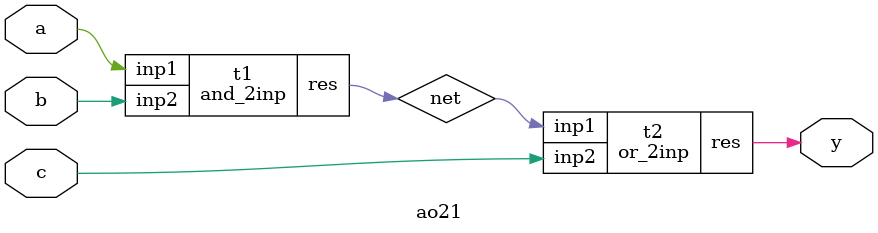
<source format=v>


module m_herloa_64b32inacc
(
  input [64-1:0] a,
  input [64-1:0] b,
  output [65-1:0] sum
);

  wire n1;
  wire n2;
  wire n3;
  wire w1;
  wire w2;
  wire w9;
  wire w10;
  wire w11;
  wire w12;
  wire cout32;
  wire cout36;
  wire cout40;
  wire cout44;
  wire cout48;
  wire cout52;
  wire cout56;
  wire cout60;
  assign sum[0] = 1;
  assign sum[1] = 1;
  assign sum[2] = 1;
  assign sum[3] = 1;
  assign sum[4] = 1;
  assign sum[5] = 1;
  assign sum[6] = 1;
  assign sum[7] = 1;
  assign sum[8] = 1;
  assign sum[9] = 1;
  assign sum[10] = 1;
  assign sum[11] = 1;
  assign sum[12] = 1;
  assign sum[13] = 1;
  assign sum[14] = 1;
  assign sum[15] = 1;
  assign sum[16] = 1;
  assign sum[17] = 1;
  assign sum[18] = 1;
  assign sum[19] = 1;
  assign sum[20] = 1;
  assign sum[21] = 1;
  assign sum[22] = 1;
  assign sum[23] = 1;
  assign sum[24] = 1;
  assign sum[25] = 1;
  assign sum[26] = 1;
  assign sum[27] = 1;
  assign sum[28] = 1;
  assign sum[29] = 1;
  assign sum[30] = 1;
  assign sum[31] = 1;

  xor_2inp
  t1
  (
    .res(n1),
    .inp1(a[35]),
    .inp2(b[35])
  );


  and_2inp
  t2
  (
    .res(n2),
    .inp1(a[34]),
    .inp2(b[34])
  );


  or_2inp
  t3
  (
    .res(sum[35]),
    .inp1(n1),
    .inp2(n2)
  );


  and_2inp
  t4
  (
    .res(n3),
    .inp1(n1),
    .inp2(n2)
  );


  or_2inp
  g1
  (
    .res(w1),
    .inp1(a[33]),
    .inp2(b[33])
  );


  or_2inp
  g2
  (
    .res(w2),
    .inp1(a[32]),
    .inp2(b[32])
  );


  or_2inp
  e1
  (
    .res(sum[33]),
    .inp1(n3),
    .inp2(w1)
  );


  or_2inp
  e2
  (
    .res(sum[32]),
    .inp1(n3),
    .inp2(w2)
  );


  or_2inp
  t5
  (
    .res(w9),
    .inp1(a[34]),
    .inp2(b[34])
  );


  not_1inp
  t6
  (
    .res(w10),
    .inp(n1)
  );


  nand_2inp
  t7
  (
    .res(w11),
    .inp1(w10),
    .inp2(n2)
  );


  and_2inp
  t8
  (
    .res(sum[34]),
    .inp1(w11),
    .inp2(w9)
  );


  and_2inp
  t9
  (
    .res(w12),
    .inp1(a[35]),
    .inp2(b[35])
  );


  frcla_4b
  cla1
  (
    .a3(a[35]),
    .a2(a[34]),
    .a1(a[33]),
    .a0(a[32]),
    .b3(b[35]),
    .b2(b[34]),
    .b1(b[33]),
    .b0(b[32]),
    .c0(cout32),
    .c4(cout36),
    .sum3(sum[35]),
    .sum2(sum[34]),
    .sum1(sum[33]),
    .sum0(sum[32])
  );


  frcla_4b
  cla2
  (
    .a3(a[39]),
    .a2(a[38]),
    .a1(a[37]),
    .a0(a[36]),
    .b3(b[39]),
    .b2(b[38]),
    .b1(b[37]),
    .b0(b[36]),
    .c0(cout36),
    .c4(cout40),
    .sum3(sum[39]),
    .sum2(sum[38]),
    .sum1(sum[37]),
    .sum0(sum[36])
  );


  frcla_4b
  cla3
  (
    .a3(a[43]),
    .a2(a[42]),
    .a1(a[41]),
    .a0(a[40]),
    .b3(b[43]),
    .b2(b[42]),
    .b1(b[41]),
    .b0(b[40]),
    .c0(cout40),
    .c4(cout44),
    .sum3(sum[43]),
    .sum2(sum[42]),
    .sum1(sum[41]),
    .sum0(sum[40])
  );


  frcla_4b
  cla4
  (
    .a3(a[47]),
    .a2(a[46]),
    .a1(a[45]),
    .a0(a[44]),
    .b3(b[47]),
    .b2(b[46]),
    .b1(b[45]),
    .b0(b[44]),
    .c0(cout44),
    .c4(cout48),
    .sum3(sum[47]),
    .sum2(sum[46]),
    .sum1(sum[45]),
    .sum0(sum[44])
  );


  frcla_4b
  cla5
  (
    .a3(a[51]),
    .a2(a[50]),
    .a1(a[49]),
    .a0(a[48]),
    .b3(b[51]),
    .b2(b[50]),
    .b1(b[49]),
    .b0(b[48]),
    .c0(cout48),
    .c4(cout52),
    .sum3(sum[51]),
    .sum2(sum[50]),
    .sum1(sum[49]),
    .sum0(sum[48])
  );


  frcla_4b
  cla6
  (
    .a3(a[55]),
    .a2(a[54]),
    .a1(a[53]),
    .a0(a[52]),
    .b3(b[55]),
    .b2(b[54]),
    .b1(b[53]),
    .b0(b[52]),
    .c0(cout52),
    .c4(cout56),
    .sum3(sum[55]),
    .sum2(sum[54]),
    .sum1(sum[53]),
    .sum0(sum[52])
  );


  frcla_4b
  cla7
  (
    .a3(a[59]),
    .a2(a[58]),
    .a1(a[57]),
    .a0(a[56]),
    .b3(b[59]),
    .b2(b[58]),
    .b1(b[57]),
    .b0(b[56]),
    .c0(cout56),
    .c4(cout60),
    .sum3(sum[59]),
    .sum2(sum[58]),
    .sum1(sum[57]),
    .sum0(sum[56])
  );


  frcla_4b
  cla8
  (
    .a3(a[63]),
    .a2(a[62]),
    .a1(a[61]),
    .a0(a[60]),
    .b3(b[63]),
    .b2(b[62]),
    .b1(b[61]),
    .b0(b[60]),
    .c0(cout60),
    .c4(sum[64]),
    .sum3(sum[63]),
    .sum2(sum[62]),
    .sum1(sum[61]),
    .sum0(sum[60])
  );


endmodule



module xor_2inp
(
  output res,
  input inp1,
  input inp2
);

  assign res = inp1 ^ inp2;

endmodule



module and_2inp
(
  output res,
  input inp1,
  input inp2
);

  assign res = inp1 & inp2;

endmodule



module or_2inp
(
  output res,
  input inp1,
  input inp2
);

  assign res = inp1 | inp2;

endmodule



module not_1inp
(
  output res,
  input inp
);

  assign res = !inp;

endmodule



module nand_2inp
(
  output res,
  input inp1,
  input inp2
);

  assign res = !(inp1 & inp2);

endmodule



module frcla_4b
(
  input a3,
  input a2,
  input a1,
  input a0,
  input b3,
  input b2,
  input b1,
  input b0,
  input c0,
  output c4,
  output sum3,
  output sum2,
  output sum1,
  output sum0
);

  wire g3;
  wire g2;
  wire g1;
  wire g0;
  wire p3;
  wire p2;
  wire p1;
  wire p0;
  wire c1;
  wire c2;
  wire c3;
  wire m1;
  wire m2;
  wire m3;
  wire m4;
  wire m5;
  wire m6;

  and_2inp
  gate1
  (
    .res(g0),
    .inp1(a0),
    .inp2(b0)
  );


  and_2inp
  gate2
  (
    .res(g1),
    .inp1(a1),
    .inp2(b1)
  );


  and_2inp
  gate3
  (
    .res(g2),
    .inp1(a2),
    .inp2(b2)
  );


  and_2inp
  gate4
  (
    .res(g3),
    .inp1(a3),
    .inp2(b3)
  );


  xor_2inp
  gate5
  (
    .res(p0),
    .inp1(a0),
    .inp2(b0)
  );


  xor_2inp
  gate6
  (
    .res(p1),
    .inp1(a1),
    .inp2(b1)
  );


  xor_2inp
  gate7
  (
    .res(p2),
    .inp1(a2),
    .inp2(b2)
  );


  xor_2inp
  gate8
  (
    .res(p3),
    .inp1(a3),
    .inp2(b3)
  );


  ao21
  comp1
  (
    .a(p1),
    .b(g0),
    .c(g1),
    .y(m1)
  );


  ao21
  comp2
  (
    .a(m1),
    .b(p2),
    .c(g2),
    .y(m2)
  );


  ao21
  comp3
  (
    .a(m2),
    .b(p3),
    .c(g3),
    .y(m3)
  );


  and_2inp
  and1
  (
    .res(m4),
    .inp1(p1),
    .inp2(p0)
  );


  and_2inp
  and2
  (
    .res(m5),
    .inp1(p2),
    .inp2(m4)
  );


  and_2inp
  and3
  (
    .res(m6),
    .inp1(p3),
    .inp2(m5)
  );


  ao21
  comp4
  (
    .a(m6),
    .b(c0),
    .c(m3),
    .y(c4)
  );


  ao21
  comp5
  (
    .a(m5),
    .b(c0),
    .c(m2),
    .y(c3)
  );


  ao21
  comp6
  (
    .a(m4),
    .b(c0),
    .c(m1),
    .y(c2)
  );


  ao21
  comp7
  (
    .a(p0),
    .b(c0),
    .c(g0),
    .y(c1)
  );


  xor_2inp
  xorg1
  (
    .res(sum0),
    .inp1(p0),
    .inp2(c0)
  );


  xor_2inp
  xorg2
  (
    .res(sum1),
    .inp1(p1),
    .inp2(c1)
  );


  xor_2inp
  xorg3
  (
    .res(sum2),
    .inp1(p2),
    .inp2(c2)
  );


  xor_2inp
  xorg4
  (
    .res(sum3),
    .inp1(p3),
    .inp2(c3)
  );


endmodule



module ao21
(
  input a,
  input b,
  input c,
  output y
);

  wire net;

  and_2inp
  t1
  (
    .res(net),
    .inp1(a),
    .inp2(b)
  );


  or_2inp
  t2
  (
    .res(y),
    .inp1(net),
    .inp2(c)
  );


endmodule


</source>
